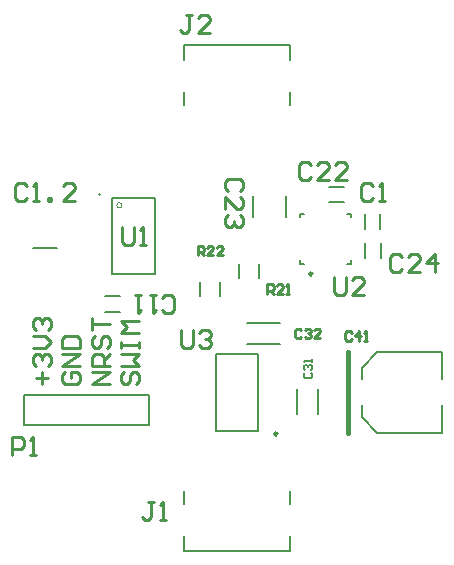
<source format=gto>
G04*
G04 #@! TF.GenerationSoftware,Altium Limited,Altium Designer,25.8.1 (18)*
G04*
G04 Layer_Color=65535*
%FSLAX25Y25*%
%MOIN*%
G70*
G04*
G04 #@! TF.SameCoordinates,45097E57-D6D4-4368-9298-5D8CD2504E13*
G04*
G04*
G04 #@! TF.FilePolarity,Positive*
G04*
G01*
G75*
%ADD10C,0.00984*%
%ADD11C,0.00197*%
%ADD12C,0.00787*%
%ADD13C,0.00500*%
%ADD14C,0.01575*%
%ADD15C,0.01000*%
%ADD16C,0.00591*%
D10*
X103839Y86811D02*
G03*
X103839Y86811I-492J0D01*
G01*
X92205Y33465D02*
G03*
X92205Y33465I-492J0D01*
G01*
D11*
X40447Y109646D02*
G03*
X40447Y109646I-880J0D01*
G01*
D02*
G03*
X40447Y109646I-880J0D01*
G01*
X33268Y113189D02*
G03*
X33268Y113189I-394J0D01*
G01*
D12*
X49370Y36339D02*
Y46339D01*
X7874Y36339D02*
X49370D01*
X7874D02*
Y46339D01*
X49370D01*
X99803Y105610D02*
Y106890D01*
X101083D01*
X115453D02*
X116732D01*
Y105610D02*
Y106890D01*
Y89961D02*
Y91240D01*
X115453Y89961D02*
X116732D01*
X99803D02*
Y91240D01*
Y89961D02*
X101083D01*
X126501Y101845D02*
Y106816D01*
X121530Y101845D02*
Y106816D01*
X34897Y74114D02*
X39906D01*
X34897Y79429D02*
X39906D01*
X95079Y105715D02*
Y112789D01*
X84055Y105715D02*
Y112789D01*
X109308Y110703D02*
X114280D01*
X109308Y115675D02*
X114280D01*
X121358Y91983D02*
Y96993D01*
X126673Y91983D02*
Y96993D01*
X10819Y95472D02*
X18709D01*
X86048Y85244D02*
Y89952D01*
X79307Y85244D02*
Y89952D01*
X73252Y79339D02*
Y84047D01*
X66511Y79339D02*
Y84047D01*
X82063Y63362D02*
X93134D01*
X82063Y70496D02*
X93134D01*
X37106Y112205D02*
X51476D01*
Y86614D02*
Y112205D01*
X37106Y86614D02*
X51476D01*
X37106D02*
Y112205D01*
X85640Y34439D02*
Y60049D01*
X71841D02*
X85640D01*
X71841Y34439D02*
Y60049D01*
Y34439D02*
X85640D01*
X105905Y40145D02*
Y48437D01*
X98819Y40145D02*
Y48437D01*
X120472Y51575D02*
Y55512D01*
X125591Y60630D01*
X120472Y38976D02*
X125591Y33858D01*
X120472Y38976D02*
Y42913D01*
X125591Y60630D02*
X147244D01*
Y51575D02*
Y60630D01*
Y33858D02*
Y42913D01*
X125591Y33858D02*
X147244D01*
D13*
X61142Y-5531D02*
Y-610D01*
Y10020D02*
Y14350D01*
X96339Y-5531D02*
Y-610D01*
Y10020D02*
Y14350D01*
X61142Y-5531D02*
X96339D01*
Y158091D02*
Y163012D01*
Y143130D02*
Y147461D01*
X61142Y158091D02*
Y163012D01*
Y143130D02*
Y147461D01*
Y163012D02*
X96339D01*
D14*
X115748Y33858D02*
Y60630D01*
D15*
X13717Y50213D02*
Y54211D01*
X11718Y52212D02*
X15717D01*
X11718Y56211D02*
X10718Y57210D01*
Y59210D01*
X11718Y60209D01*
X12718D01*
X13717Y59210D01*
Y58210D01*
Y59210D01*
X14717Y60209D01*
X15717D01*
X16716Y59210D01*
Y57210D01*
X15717Y56211D01*
X10718Y62209D02*
X14717D01*
X16716Y64208D01*
X14717Y66207D01*
X10718D01*
X11718Y68207D02*
X10718Y69206D01*
Y71206D01*
X11718Y72206D01*
X12718D01*
X13717Y71206D01*
Y70206D01*
Y71206D01*
X14717Y72206D01*
X15717D01*
X16716Y71206D01*
Y69206D01*
X15717Y68207D01*
X36402Y50213D02*
X30404D01*
X36402Y54211D01*
X30404D01*
X36402Y56211D02*
X30404D01*
Y59210D01*
X31403Y60209D01*
X33402D01*
X34402Y59210D01*
Y56211D01*
Y58210D02*
X36402Y60209D01*
X31403Y66207D02*
X30404Y65208D01*
Y63208D01*
X31403Y62209D01*
X32403D01*
X33402Y63208D01*
Y65208D01*
X34402Y66207D01*
X35402D01*
X36402Y65208D01*
Y63208D01*
X35402Y62209D01*
X30404Y68207D02*
Y72206D01*
Y70206D01*
X36402D01*
X41246Y54211D02*
X40246Y53212D01*
Y51212D01*
X41246Y50213D01*
X42245D01*
X43245Y51212D01*
Y53212D01*
X44245Y54211D01*
X45244D01*
X46244Y53212D01*
Y51212D01*
X45244Y50213D01*
X40246Y56211D02*
X46244D01*
X44245Y58210D01*
X46244Y60209D01*
X40246D01*
Y62209D02*
Y64208D01*
Y63208D01*
X46244D01*
Y62209D01*
Y64208D01*
Y67207D02*
X40246D01*
X42245Y69206D01*
X40246Y71206D01*
X46244D01*
X21561Y54211D02*
X20561Y53212D01*
Y51212D01*
X21561Y50213D01*
X25559D01*
X26559Y51212D01*
Y53212D01*
X25559Y54211D01*
X23560D01*
Y52212D01*
X26559Y56211D02*
X20561D01*
X26559Y60209D01*
X20561D01*
Y62209D02*
X26559D01*
Y65208D01*
X25559Y66207D01*
X21561D01*
X20561Y65208D01*
Y62209D01*
X59962Y67960D02*
Y62961D01*
X60962Y61962D01*
X62961D01*
X63961Y62961D01*
Y67960D01*
X65960Y66960D02*
X66960Y67960D01*
X68959D01*
X69959Y66960D01*
Y65960D01*
X68959Y64961D01*
X67960D01*
X68959D01*
X69959Y63961D01*
Y62961D01*
X68959Y61962D01*
X66960D01*
X65960Y62961D01*
X111143Y85676D02*
Y80678D01*
X112143Y79678D01*
X114142D01*
X115142Y80678D01*
Y85676D01*
X121140Y79678D02*
X117141D01*
X121140Y83677D01*
Y84676D01*
X120140Y85676D01*
X118141D01*
X117141Y84676D01*
X40293Y102409D02*
Y97410D01*
X41292Y96410D01*
X43292D01*
X44291Y97410D01*
Y102409D01*
X46291Y96410D02*
X48290D01*
X47290D01*
Y102409D01*
X46291Y101409D01*
X65684Y92914D02*
Y96062D01*
X67258D01*
X67783Y95538D01*
Y94488D01*
X67258Y93963D01*
X65684D01*
X66733D02*
X67783Y92914D01*
X70931D02*
X68832D01*
X70931Y95013D01*
Y95538D01*
X70407Y96062D01*
X69357D01*
X68832Y95538D01*
X74080Y92914D02*
X71981D01*
X74080Y95013D01*
Y95538D01*
X73555Y96062D01*
X72506D01*
X71981Y95538D01*
X88846Y80119D02*
Y83267D01*
X90421D01*
X90945Y82742D01*
Y81693D01*
X90421Y81168D01*
X88846D01*
X89896D02*
X90945Y80119D01*
X94094D02*
X91995D01*
X94094Y82218D01*
Y82742D01*
X93569Y83267D01*
X92520D01*
X91995Y82742D01*
X95144Y80119D02*
X96193D01*
X95668D01*
Y83267D01*
X95144Y82742D01*
X3875Y26528D02*
Y32527D01*
X6874D01*
X7874Y31527D01*
Y29528D01*
X6874Y28528D01*
X3875D01*
X9873Y26528D02*
X11873D01*
X10873D01*
Y32527D01*
X9873Y31527D01*
X63692Y173091D02*
X61692D01*
X62692D01*
Y168093D01*
X61692Y167093D01*
X60693D01*
X59693Y168093D01*
X69690Y167093D02*
X65691D01*
X69690Y171092D01*
Y172091D01*
X68690Y173091D01*
X66691D01*
X65691Y172091D01*
X51181Y10873D02*
X49182D01*
X50181D01*
Y5875D01*
X49182Y4875D01*
X48182D01*
X47182Y5875D01*
X53180Y4875D02*
X55180D01*
X54180D01*
Y10873D01*
X53180Y9873D01*
X116945Y67182D02*
X116420Y67707D01*
X115371D01*
X114846Y67182D01*
Y65083D01*
X115371Y64558D01*
X116420D01*
X116945Y65083D01*
X119569Y64558D02*
Y67707D01*
X117994Y66133D01*
X120093D01*
X121143Y64558D02*
X122192D01*
X121668D01*
Y67707D01*
X121143Y67182D01*
X100263Y67979D02*
X99738Y68503D01*
X98689D01*
X98164Y67979D01*
Y65880D01*
X98689Y65355D01*
X99738D01*
X100263Y65880D01*
X101313Y67979D02*
X101837Y68503D01*
X102887D01*
X103412Y67979D01*
Y67454D01*
X102887Y66929D01*
X102362D01*
X102887D01*
X103412Y66404D01*
Y65880D01*
X102887Y65355D01*
X101837D01*
X101313Y65880D01*
X106560Y65355D02*
X104461D01*
X106560Y67454D01*
Y67979D01*
X106036Y68503D01*
X104986D01*
X104461Y67979D01*
X133797Y92550D02*
X132797Y93550D01*
X130798D01*
X129798Y92550D01*
Y88552D01*
X130798Y87552D01*
X132797D01*
X133797Y88552D01*
X139795Y87552D02*
X135796D01*
X139795Y91551D01*
Y92550D01*
X138795Y93550D01*
X136796D01*
X135796Y92550D01*
X144793Y87552D02*
Y93550D01*
X141794Y90551D01*
X145793D01*
X79755Y114235D02*
X80755Y115235D01*
Y117234D01*
X79755Y118234D01*
X75757D01*
X74757Y117234D01*
Y115235D01*
X75757Y114235D01*
X74757Y108237D02*
Y112236D01*
X78756Y108237D01*
X79755D01*
X80755Y109237D01*
Y111236D01*
X79755Y112236D01*
Y106237D02*
X80755Y105238D01*
Y103238D01*
X79755Y102239D01*
X78756D01*
X77756Y103238D01*
Y104238D01*
Y103238D01*
X76756Y102239D01*
X75757D01*
X74757Y103238D01*
Y105238D01*
X75757Y106237D01*
X103285Y123062D02*
X102285Y124062D01*
X100286D01*
X99286Y123062D01*
Y119064D01*
X100286Y118064D01*
X102285D01*
X103285Y119064D01*
X109283Y118064D02*
X105284D01*
X109283Y122063D01*
Y123062D01*
X108283Y124062D01*
X106284D01*
X105284Y123062D01*
X115281Y118064D02*
X111282D01*
X115281Y122063D01*
Y123062D01*
X114281Y124062D01*
X112282D01*
X111282Y123062D01*
X53680Y74772D02*
X54680Y73773D01*
X56679D01*
X57679Y74772D01*
Y78771D01*
X56679Y79771D01*
X54680D01*
X53680Y78771D01*
X51681Y79771D02*
X49682D01*
X50681D01*
Y73773D01*
X51681Y74772D01*
X46683Y79771D02*
X44683D01*
X45683D01*
Y73773D01*
X46683Y74772D01*
X124016Y116173D02*
X123016Y117172D01*
X121017D01*
X120017Y116173D01*
Y112174D01*
X121017Y111174D01*
X123016D01*
X124016Y112174D01*
X126015Y111174D02*
X128015D01*
X127015D01*
Y117172D01*
X126015Y116173D01*
X8766D02*
X7766Y117172D01*
X5767D01*
X4767Y116173D01*
Y112174D01*
X5767Y111174D01*
X7766D01*
X8766Y112174D01*
X10765Y111174D02*
X12764D01*
X11765D01*
Y117172D01*
X10765Y116173D01*
X15764Y111174D02*
Y112174D01*
X16763D01*
Y111174D01*
X15764D01*
X24761D02*
X20762D01*
X24761Y115173D01*
Y116173D01*
X23761Y117172D01*
X21761D01*
X20762Y116173D01*
D16*
X101444Y53741D02*
X100985Y53281D01*
Y52363D01*
X101444Y51904D01*
X103280D01*
X103740Y52363D01*
Y53281D01*
X103280Y53741D01*
X101444Y54659D02*
X100985Y55118D01*
Y56036D01*
X101444Y56496D01*
X101903D01*
X102362Y56036D01*
Y55577D01*
Y56036D01*
X102821Y56496D01*
X103280D01*
X103740Y56036D01*
Y55118D01*
X103280Y54659D01*
X103740Y57414D02*
Y58332D01*
Y57873D01*
X100985D01*
X101444Y57414D01*
M02*

</source>
